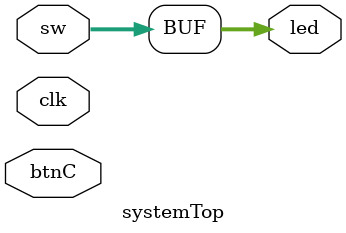
<source format=v>
`timescale 1ns / 1ps


module systemTop(    
    input clk,
    input btnC,
    input [15:0] sw,    
    output [15:0] led    
    );
    
    assign led[15:0] = sw[15:0];
    
    arbiter arb (
    
    );
    
    spiGen dev1 (
    
    );
    
    spiGen dev2 (
    
    );
    
    mux MOSImux (
    
    );
    
    mux CSmux (
    
    );
    
    mux CLKmux(
    
    );
    
endmodule

</source>
